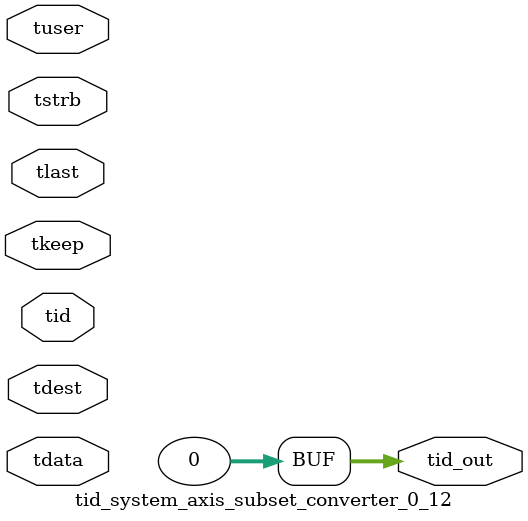
<source format=v>


`timescale 1ps/1ps

module tid_system_axis_subset_converter_0_12 #
(
parameter C_S_AXIS_TID_WIDTH   = 1,
parameter C_S_AXIS_TUSER_WIDTH = 0,
parameter C_S_AXIS_TDATA_WIDTH = 0,
parameter C_S_AXIS_TDEST_WIDTH = 0,
parameter C_M_AXIS_TID_WIDTH   = 32
)
(
input  [(C_S_AXIS_TID_WIDTH   == 0 ? 1 : C_S_AXIS_TID_WIDTH)-1:0       ] tid,
input  [(C_S_AXIS_TDATA_WIDTH == 0 ? 1 : C_S_AXIS_TDATA_WIDTH)-1:0     ] tdata,
input  [(C_S_AXIS_TUSER_WIDTH == 0 ? 1 : C_S_AXIS_TUSER_WIDTH)-1:0     ] tuser,
input  [(C_S_AXIS_TDEST_WIDTH == 0 ? 1 : C_S_AXIS_TDEST_WIDTH)-1:0     ] tdest,
input  [(C_S_AXIS_TDATA_WIDTH/8)-1:0 ] tkeep,
input  [(C_S_AXIS_TDATA_WIDTH/8)-1:0 ] tstrb,
input                                                                    tlast,
output [(C_M_AXIS_TID_WIDTH   == 0 ? 1 : C_M_AXIS_TID_WIDTH)-1:0       ] tid_out
);

assign tid_out = {1'b0};

endmodule


</source>
